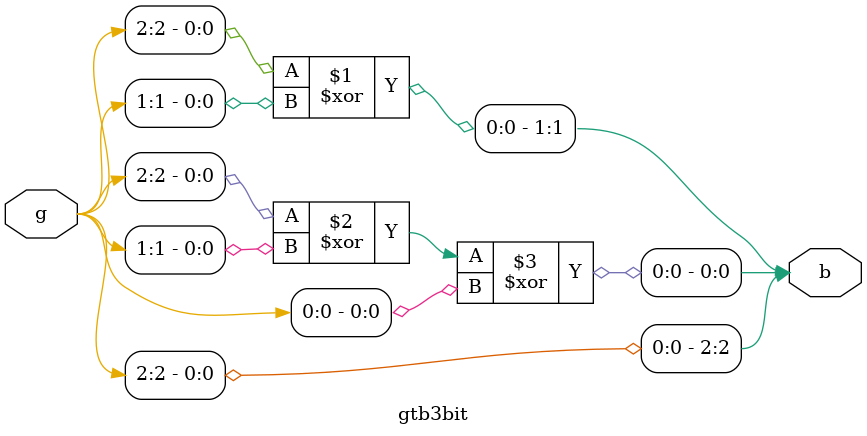
<source format=v>
`timescale 1ns / 1ps
module gtb3bit(b, g );
	input [2:0]g;
	output [2:0]b;
	
	buf b1(b[2], g[2]);
	xor x1(b[1], g[2], g[1]);
	xor x2(b[0], g[2], g[1], g[0]);
	
endmodule

</source>
